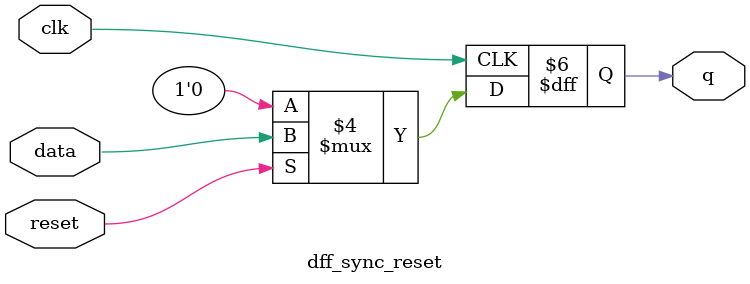
<source format=v>
module dff_sync_reset (
data   , // Data Input
clk    , // Clock Input
reset  , // Reset input
q        // Q output
);
//-----------Input Ports---------------
input data, clk, reset ; 

//-----------Output Ports---------------
output q;

//------------Internal Variables--------
reg q;

//-------------Code Starts Here---------
always @ ( posedge clk)
if (~reset) begin
  q <= 1'b0;
end  else begin
  q <= data;
end

endmodule //End Of Module dff_sync_reset


</source>
